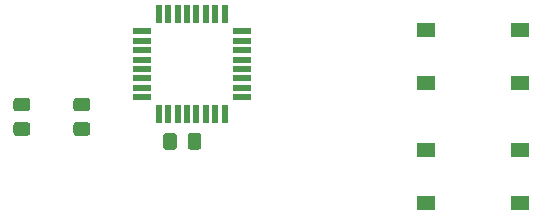
<source format=gbr>
G04 #@! TF.GenerationSoftware,KiCad,Pcbnew,(5.1.5-0-10_14)*
G04 #@! TF.CreationDate,2020-06-06T08:29:19+02:00*
G04 #@! TF.ProjectId,ps2zx,7073327a-782e-46b6-9963-61645f706362,rev?*
G04 #@! TF.SameCoordinates,Original*
G04 #@! TF.FileFunction,Paste,Top*
G04 #@! TF.FilePolarity,Positive*
%FSLAX46Y46*%
G04 Gerber Fmt 4.6, Leading zero omitted, Abs format (unit mm)*
G04 Created by KiCad (PCBNEW (5.1.5-0-10_14)) date 2020-06-06 08:29:19*
%MOMM*%
%LPD*%
G04 APERTURE LIST*
%ADD10C,0.100000*%
%ADD11R,1.600000X0.550000*%
%ADD12R,0.550000X1.600000*%
%ADD13R,1.550000X1.300000*%
G04 APERTURE END LIST*
D10*
G36*
X154906505Y-106623204D02*
G01*
X154930773Y-106626804D01*
X154954572Y-106632765D01*
X154977671Y-106641030D01*
X154999850Y-106651520D01*
X155020893Y-106664132D01*
X155040599Y-106678747D01*
X155058777Y-106695223D01*
X155075253Y-106713401D01*
X155089868Y-106733107D01*
X155102480Y-106754150D01*
X155112970Y-106776329D01*
X155121235Y-106799428D01*
X155127196Y-106823227D01*
X155130796Y-106847495D01*
X155132000Y-106871999D01*
X155132000Y-107522001D01*
X155130796Y-107546505D01*
X155127196Y-107570773D01*
X155121235Y-107594572D01*
X155112970Y-107617671D01*
X155102480Y-107639850D01*
X155089868Y-107660893D01*
X155075253Y-107680599D01*
X155058777Y-107698777D01*
X155040599Y-107715253D01*
X155020893Y-107729868D01*
X154999850Y-107742480D01*
X154977671Y-107752970D01*
X154954572Y-107761235D01*
X154930773Y-107767196D01*
X154906505Y-107770796D01*
X154882001Y-107772000D01*
X153981999Y-107772000D01*
X153957495Y-107770796D01*
X153933227Y-107767196D01*
X153909428Y-107761235D01*
X153886329Y-107752970D01*
X153864150Y-107742480D01*
X153843107Y-107729868D01*
X153823401Y-107715253D01*
X153805223Y-107698777D01*
X153788747Y-107680599D01*
X153774132Y-107660893D01*
X153761520Y-107639850D01*
X153751030Y-107617671D01*
X153742765Y-107594572D01*
X153736804Y-107570773D01*
X153733204Y-107546505D01*
X153732000Y-107522001D01*
X153732000Y-106871999D01*
X153733204Y-106847495D01*
X153736804Y-106823227D01*
X153742765Y-106799428D01*
X153751030Y-106776329D01*
X153761520Y-106754150D01*
X153774132Y-106733107D01*
X153788747Y-106713401D01*
X153805223Y-106695223D01*
X153823401Y-106678747D01*
X153843107Y-106664132D01*
X153864150Y-106651520D01*
X153886329Y-106641030D01*
X153909428Y-106632765D01*
X153933227Y-106626804D01*
X153957495Y-106623204D01*
X153981999Y-106622000D01*
X154882001Y-106622000D01*
X154906505Y-106623204D01*
G37*
G36*
X154906505Y-104573204D02*
G01*
X154930773Y-104576804D01*
X154954572Y-104582765D01*
X154977671Y-104591030D01*
X154999850Y-104601520D01*
X155020893Y-104614132D01*
X155040599Y-104628747D01*
X155058777Y-104645223D01*
X155075253Y-104663401D01*
X155089868Y-104683107D01*
X155102480Y-104704150D01*
X155112970Y-104726329D01*
X155121235Y-104749428D01*
X155127196Y-104773227D01*
X155130796Y-104797495D01*
X155132000Y-104821999D01*
X155132000Y-105472001D01*
X155130796Y-105496505D01*
X155127196Y-105520773D01*
X155121235Y-105544572D01*
X155112970Y-105567671D01*
X155102480Y-105589850D01*
X155089868Y-105610893D01*
X155075253Y-105630599D01*
X155058777Y-105648777D01*
X155040599Y-105665253D01*
X155020893Y-105679868D01*
X154999850Y-105692480D01*
X154977671Y-105702970D01*
X154954572Y-105711235D01*
X154930773Y-105717196D01*
X154906505Y-105720796D01*
X154882001Y-105722000D01*
X153981999Y-105722000D01*
X153957495Y-105720796D01*
X153933227Y-105717196D01*
X153909428Y-105711235D01*
X153886329Y-105702970D01*
X153864150Y-105692480D01*
X153843107Y-105679868D01*
X153823401Y-105665253D01*
X153805223Y-105648777D01*
X153788747Y-105630599D01*
X153774132Y-105610893D01*
X153761520Y-105589850D01*
X153751030Y-105567671D01*
X153742765Y-105544572D01*
X153736804Y-105520773D01*
X153733204Y-105496505D01*
X153732000Y-105472001D01*
X153732000Y-104821999D01*
X153733204Y-104797495D01*
X153736804Y-104773227D01*
X153742765Y-104749428D01*
X153751030Y-104726329D01*
X153761520Y-104704150D01*
X153774132Y-104683107D01*
X153788747Y-104663401D01*
X153805223Y-104645223D01*
X153823401Y-104628747D01*
X153843107Y-104614132D01*
X153864150Y-104601520D01*
X153886329Y-104591030D01*
X153909428Y-104582765D01*
X153933227Y-104576804D01*
X153957495Y-104573204D01*
X153981999Y-104572000D01*
X154882001Y-104572000D01*
X154906505Y-104573204D01*
G37*
G36*
X149826505Y-106623204D02*
G01*
X149850773Y-106626804D01*
X149874572Y-106632765D01*
X149897671Y-106641030D01*
X149919850Y-106651520D01*
X149940893Y-106664132D01*
X149960599Y-106678747D01*
X149978777Y-106695223D01*
X149995253Y-106713401D01*
X150009868Y-106733107D01*
X150022480Y-106754150D01*
X150032970Y-106776329D01*
X150041235Y-106799428D01*
X150047196Y-106823227D01*
X150050796Y-106847495D01*
X150052000Y-106871999D01*
X150052000Y-107522001D01*
X150050796Y-107546505D01*
X150047196Y-107570773D01*
X150041235Y-107594572D01*
X150032970Y-107617671D01*
X150022480Y-107639850D01*
X150009868Y-107660893D01*
X149995253Y-107680599D01*
X149978777Y-107698777D01*
X149960599Y-107715253D01*
X149940893Y-107729868D01*
X149919850Y-107742480D01*
X149897671Y-107752970D01*
X149874572Y-107761235D01*
X149850773Y-107767196D01*
X149826505Y-107770796D01*
X149802001Y-107772000D01*
X148901999Y-107772000D01*
X148877495Y-107770796D01*
X148853227Y-107767196D01*
X148829428Y-107761235D01*
X148806329Y-107752970D01*
X148784150Y-107742480D01*
X148763107Y-107729868D01*
X148743401Y-107715253D01*
X148725223Y-107698777D01*
X148708747Y-107680599D01*
X148694132Y-107660893D01*
X148681520Y-107639850D01*
X148671030Y-107617671D01*
X148662765Y-107594572D01*
X148656804Y-107570773D01*
X148653204Y-107546505D01*
X148652000Y-107522001D01*
X148652000Y-106871999D01*
X148653204Y-106847495D01*
X148656804Y-106823227D01*
X148662765Y-106799428D01*
X148671030Y-106776329D01*
X148681520Y-106754150D01*
X148694132Y-106733107D01*
X148708747Y-106713401D01*
X148725223Y-106695223D01*
X148743401Y-106678747D01*
X148763107Y-106664132D01*
X148784150Y-106651520D01*
X148806329Y-106641030D01*
X148829428Y-106632765D01*
X148853227Y-106626804D01*
X148877495Y-106623204D01*
X148901999Y-106622000D01*
X149802001Y-106622000D01*
X149826505Y-106623204D01*
G37*
G36*
X149826505Y-104573204D02*
G01*
X149850773Y-104576804D01*
X149874572Y-104582765D01*
X149897671Y-104591030D01*
X149919850Y-104601520D01*
X149940893Y-104614132D01*
X149960599Y-104628747D01*
X149978777Y-104645223D01*
X149995253Y-104663401D01*
X150009868Y-104683107D01*
X150022480Y-104704150D01*
X150032970Y-104726329D01*
X150041235Y-104749428D01*
X150047196Y-104773227D01*
X150050796Y-104797495D01*
X150052000Y-104821999D01*
X150052000Y-105472001D01*
X150050796Y-105496505D01*
X150047196Y-105520773D01*
X150041235Y-105544572D01*
X150032970Y-105567671D01*
X150022480Y-105589850D01*
X150009868Y-105610893D01*
X149995253Y-105630599D01*
X149978777Y-105648777D01*
X149960599Y-105665253D01*
X149940893Y-105679868D01*
X149919850Y-105692480D01*
X149897671Y-105702970D01*
X149874572Y-105711235D01*
X149850773Y-105717196D01*
X149826505Y-105720796D01*
X149802001Y-105722000D01*
X148901999Y-105722000D01*
X148877495Y-105720796D01*
X148853227Y-105717196D01*
X148829428Y-105711235D01*
X148806329Y-105702970D01*
X148784150Y-105692480D01*
X148763107Y-105679868D01*
X148743401Y-105665253D01*
X148725223Y-105648777D01*
X148708747Y-105630599D01*
X148694132Y-105610893D01*
X148681520Y-105589850D01*
X148671030Y-105567671D01*
X148662765Y-105544572D01*
X148656804Y-105520773D01*
X148653204Y-105496505D01*
X148652000Y-105472001D01*
X148652000Y-104821999D01*
X148653204Y-104797495D01*
X148656804Y-104773227D01*
X148662765Y-104749428D01*
X148671030Y-104726329D01*
X148681520Y-104704150D01*
X148694132Y-104683107D01*
X148708747Y-104663401D01*
X148725223Y-104645223D01*
X148743401Y-104628747D01*
X148763107Y-104614132D01*
X148784150Y-104601520D01*
X148806329Y-104591030D01*
X148829428Y-104582765D01*
X148853227Y-104576804D01*
X148877495Y-104573204D01*
X148901999Y-104572000D01*
X149802001Y-104572000D01*
X149826505Y-104573204D01*
G37*
D11*
X167994000Y-98928800D03*
X167994000Y-99728800D03*
X167994000Y-100528800D03*
X167994000Y-101328800D03*
X167994000Y-102128800D03*
X167994000Y-102928800D03*
X167994000Y-103728800D03*
X167994000Y-104528800D03*
D12*
X166544000Y-105978800D03*
X165744000Y-105978800D03*
X164944000Y-105978800D03*
X164144000Y-105978800D03*
X163344000Y-105978800D03*
X162544000Y-105978800D03*
X161744000Y-105978800D03*
X160944000Y-105978800D03*
D11*
X159494000Y-104528800D03*
X159494000Y-103728800D03*
X159494000Y-102928800D03*
X159494000Y-102128800D03*
X159494000Y-101328800D03*
X159494000Y-100528800D03*
X159494000Y-99728800D03*
X159494000Y-98928800D03*
D12*
X160944000Y-97478800D03*
X161744000Y-97478800D03*
X162544000Y-97478800D03*
X163344000Y-97478800D03*
X164144000Y-97478800D03*
X164944000Y-97478800D03*
X165744000Y-97478800D03*
X166544000Y-97478800D03*
D13*
X191503200Y-113489300D03*
X191503200Y-108989300D03*
X183553200Y-108989300D03*
X183553200Y-113489300D03*
X191503200Y-103329300D03*
X191503200Y-98829300D03*
X183553200Y-98829300D03*
X183553200Y-103329300D03*
D10*
G36*
X162265505Y-107556004D02*
G01*
X162289773Y-107559604D01*
X162313572Y-107565565D01*
X162336671Y-107573830D01*
X162358850Y-107584320D01*
X162379893Y-107596932D01*
X162399599Y-107611547D01*
X162417777Y-107628023D01*
X162434253Y-107646201D01*
X162448868Y-107665907D01*
X162461480Y-107686950D01*
X162471970Y-107709129D01*
X162480235Y-107732228D01*
X162486196Y-107756027D01*
X162489796Y-107780295D01*
X162491000Y-107804799D01*
X162491000Y-108704801D01*
X162489796Y-108729305D01*
X162486196Y-108753573D01*
X162480235Y-108777372D01*
X162471970Y-108800471D01*
X162461480Y-108822650D01*
X162448868Y-108843693D01*
X162434253Y-108863399D01*
X162417777Y-108881577D01*
X162399599Y-108898053D01*
X162379893Y-108912668D01*
X162358850Y-108925280D01*
X162336671Y-108935770D01*
X162313572Y-108944035D01*
X162289773Y-108949996D01*
X162265505Y-108953596D01*
X162241001Y-108954800D01*
X161590999Y-108954800D01*
X161566495Y-108953596D01*
X161542227Y-108949996D01*
X161518428Y-108944035D01*
X161495329Y-108935770D01*
X161473150Y-108925280D01*
X161452107Y-108912668D01*
X161432401Y-108898053D01*
X161414223Y-108881577D01*
X161397747Y-108863399D01*
X161383132Y-108843693D01*
X161370520Y-108822650D01*
X161360030Y-108800471D01*
X161351765Y-108777372D01*
X161345804Y-108753573D01*
X161342204Y-108729305D01*
X161341000Y-108704801D01*
X161341000Y-107804799D01*
X161342204Y-107780295D01*
X161345804Y-107756027D01*
X161351765Y-107732228D01*
X161360030Y-107709129D01*
X161370520Y-107686950D01*
X161383132Y-107665907D01*
X161397747Y-107646201D01*
X161414223Y-107628023D01*
X161432401Y-107611547D01*
X161452107Y-107596932D01*
X161473150Y-107584320D01*
X161495329Y-107573830D01*
X161518428Y-107565565D01*
X161542227Y-107559604D01*
X161566495Y-107556004D01*
X161590999Y-107554800D01*
X162241001Y-107554800D01*
X162265505Y-107556004D01*
G37*
G36*
X164315505Y-107556004D02*
G01*
X164339773Y-107559604D01*
X164363572Y-107565565D01*
X164386671Y-107573830D01*
X164408850Y-107584320D01*
X164429893Y-107596932D01*
X164449599Y-107611547D01*
X164467777Y-107628023D01*
X164484253Y-107646201D01*
X164498868Y-107665907D01*
X164511480Y-107686950D01*
X164521970Y-107709129D01*
X164530235Y-107732228D01*
X164536196Y-107756027D01*
X164539796Y-107780295D01*
X164541000Y-107804799D01*
X164541000Y-108704801D01*
X164539796Y-108729305D01*
X164536196Y-108753573D01*
X164530235Y-108777372D01*
X164521970Y-108800471D01*
X164511480Y-108822650D01*
X164498868Y-108843693D01*
X164484253Y-108863399D01*
X164467777Y-108881577D01*
X164449599Y-108898053D01*
X164429893Y-108912668D01*
X164408850Y-108925280D01*
X164386671Y-108935770D01*
X164363572Y-108944035D01*
X164339773Y-108949996D01*
X164315505Y-108953596D01*
X164291001Y-108954800D01*
X163640999Y-108954800D01*
X163616495Y-108953596D01*
X163592227Y-108949996D01*
X163568428Y-108944035D01*
X163545329Y-108935770D01*
X163523150Y-108925280D01*
X163502107Y-108912668D01*
X163482401Y-108898053D01*
X163464223Y-108881577D01*
X163447747Y-108863399D01*
X163433132Y-108843693D01*
X163420520Y-108822650D01*
X163410030Y-108800471D01*
X163401765Y-108777372D01*
X163395804Y-108753573D01*
X163392204Y-108729305D01*
X163391000Y-108704801D01*
X163391000Y-107804799D01*
X163392204Y-107780295D01*
X163395804Y-107756027D01*
X163401765Y-107732228D01*
X163410030Y-107709129D01*
X163420520Y-107686950D01*
X163433132Y-107665907D01*
X163447747Y-107646201D01*
X163464223Y-107628023D01*
X163482401Y-107611547D01*
X163502107Y-107596932D01*
X163523150Y-107584320D01*
X163545329Y-107573830D01*
X163568428Y-107565565D01*
X163592227Y-107559604D01*
X163616495Y-107556004D01*
X163640999Y-107554800D01*
X164291001Y-107554800D01*
X164315505Y-107556004D01*
G37*
M02*

</source>
